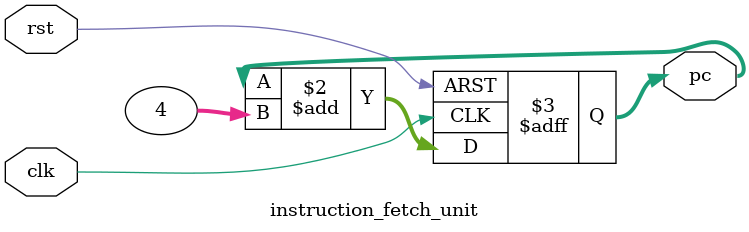
<source format=v>
`timescale 1ns / 1ps

module instruction_fetch_unit (
    input clk,
    input rst,
    output reg [31:0] pc
);
    always @(posedge clk or posedge rst) begin
        if (rst) begin
            pc <= 32'b0;       // reset PC to 0
        end else begin
                pc <= pc + 4;     // increment normally
            end
        end
endmodule

</source>
